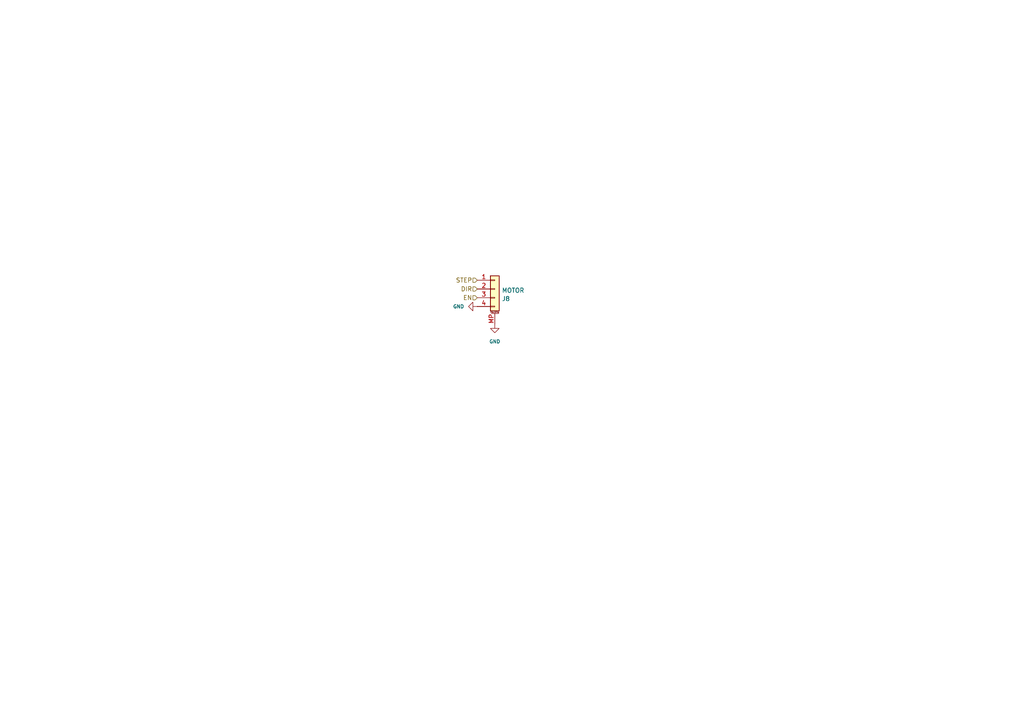
<source format=kicad_sch>
(kicad_sch
	(version 20231120)
	(generator "eeschema")
	(generator_version "8.0")
	(uuid "e5ae4f2d-1958-4894-9558-e21a6dfc8799")
	(paper "A4")
	(lib_symbols
		(symbol "Connector_Generic_MountingPin:Conn_01x04_MountingPin"
			(pin_names
				(offset 1.016) hide)
			(exclude_from_sim no)
			(in_bom yes)
			(on_board yes)
			(property "Reference" "J"
				(at 0 5.08 0)
				(effects
					(font
						(size 1.27 1.27)
					)
				)
			)
			(property "Value" "Conn_01x04_MountingPin"
				(at 1.27 -7.62 0)
				(effects
					(font
						(size 1.27 1.27)
					)
					(justify left)
				)
			)
			(property "Footprint" ""
				(at 0 0 0)
				(effects
					(font
						(size 1.27 1.27)
					)
					(hide yes)
				)
			)
			(property "Datasheet" "~"
				(at 0 0 0)
				(effects
					(font
						(size 1.27 1.27)
					)
					(hide yes)
				)
			)
			(property "Description" "Generic connectable mounting pin connector, single row, 01x04, script generated (kicad-library-utils/schlib/autogen/connector/)"
				(at 0 0 0)
				(effects
					(font
						(size 1.27 1.27)
					)
					(hide yes)
				)
			)
			(property "ki_keywords" "connector"
				(at 0 0 0)
				(effects
					(font
						(size 1.27 1.27)
					)
					(hide yes)
				)
			)
			(property "ki_fp_filters" "Connector*:*_1x??-1MP*"
				(at 0 0 0)
				(effects
					(font
						(size 1.27 1.27)
					)
					(hide yes)
				)
			)
			(symbol "Conn_01x04_MountingPin_1_1"
				(rectangle
					(start -1.27 -4.953)
					(end 0 -5.207)
					(stroke
						(width 0.1524)
						(type default)
					)
					(fill
						(type none)
					)
				)
				(rectangle
					(start -1.27 -2.413)
					(end 0 -2.667)
					(stroke
						(width 0.1524)
						(type default)
					)
					(fill
						(type none)
					)
				)
				(rectangle
					(start -1.27 0.127)
					(end 0 -0.127)
					(stroke
						(width 0.1524)
						(type default)
					)
					(fill
						(type none)
					)
				)
				(rectangle
					(start -1.27 2.667)
					(end 0 2.413)
					(stroke
						(width 0.1524)
						(type default)
					)
					(fill
						(type none)
					)
				)
				(rectangle
					(start -1.27 3.81)
					(end 1.27 -6.35)
					(stroke
						(width 0.254)
						(type default)
					)
					(fill
						(type background)
					)
				)
				(polyline
					(pts
						(xy -1.016 -7.112) (xy 1.016 -7.112)
					)
					(stroke
						(width 0.1524)
						(type default)
					)
					(fill
						(type none)
					)
				)
				(text "Mounting"
					(at 0 -6.731 0)
					(effects
						(font
							(size 0.381 0.381)
						)
					)
				)
				(pin passive line
					(at -5.08 2.54 0)
					(length 3.81)
					(name "Pin_1"
						(effects
							(font
								(size 1.27 1.27)
							)
						)
					)
					(number "1"
						(effects
							(font
								(size 1.27 1.27)
							)
						)
					)
				)
				(pin passive line
					(at -5.08 0 0)
					(length 3.81)
					(name "Pin_2"
						(effects
							(font
								(size 1.27 1.27)
							)
						)
					)
					(number "2"
						(effects
							(font
								(size 1.27 1.27)
							)
						)
					)
				)
				(pin passive line
					(at -5.08 -2.54 0)
					(length 3.81)
					(name "Pin_3"
						(effects
							(font
								(size 1.27 1.27)
							)
						)
					)
					(number "3"
						(effects
							(font
								(size 1.27 1.27)
							)
						)
					)
				)
				(pin passive line
					(at -5.08 -5.08 0)
					(length 3.81)
					(name "Pin_4"
						(effects
							(font
								(size 1.27 1.27)
							)
						)
					)
					(number "4"
						(effects
							(font
								(size 1.27 1.27)
							)
						)
					)
				)
				(pin passive line
					(at 0 -10.16 90)
					(length 3.048)
					(name "MountPin"
						(effects
							(font
								(size 1.27 1.27)
							)
						)
					)
					(number "MP"
						(effects
							(font
								(size 1.27 1.27)
							)
						)
					)
				)
			)
		)
		(symbol "power:GND"
			(power)
			(pin_numbers hide)
			(pin_names
				(offset 0) hide)
			(exclude_from_sim no)
			(in_bom yes)
			(on_board yes)
			(property "Reference" "#PWR"
				(at 0 -6.35 0)
				(effects
					(font
						(size 1.27 1.27)
					)
					(hide yes)
				)
			)
			(property "Value" "GND"
				(at 0 -3.81 0)
				(effects
					(font
						(size 1.27 1.27)
					)
				)
			)
			(property "Footprint" ""
				(at 0 0 0)
				(effects
					(font
						(size 1.27 1.27)
					)
					(hide yes)
				)
			)
			(property "Datasheet" ""
				(at 0 0 0)
				(effects
					(font
						(size 1.27 1.27)
					)
					(hide yes)
				)
			)
			(property "Description" "Power symbol creates a global label with name \"GND\" , ground"
				(at 0 0 0)
				(effects
					(font
						(size 1.27 1.27)
					)
					(hide yes)
				)
			)
			(property "ki_keywords" "global power"
				(at 0 0 0)
				(effects
					(font
						(size 1.27 1.27)
					)
					(hide yes)
				)
			)
			(symbol "GND_0_1"
				(polyline
					(pts
						(xy 0 0) (xy 0 -1.27) (xy 1.27 -1.27) (xy 0 -2.54) (xy -1.27 -1.27) (xy 0 -1.27)
					)
					(stroke
						(width 0)
						(type default)
					)
					(fill
						(type none)
					)
				)
			)
			(symbol "GND_1_1"
				(pin power_in line
					(at 0 0 270)
					(length 0)
					(name "~"
						(effects
							(font
								(size 1.27 1.27)
							)
						)
					)
					(number "1"
						(effects
							(font
								(size 1.27 1.27)
							)
						)
					)
				)
			)
		)
	)
	(hierarchical_label "EN"
		(shape input)
		(at 138.43 86.36 180)
		(fields_autoplaced yes)
		(effects
			(font
				(size 1.27 1.27)
			)
			(justify right)
		)
		(uuid "2cb9b8d4-e957-4690-909e-fc982e610ecf")
	)
	(hierarchical_label "DIR"
		(shape input)
		(at 138.43 83.82 180)
		(fields_autoplaced yes)
		(effects
			(font
				(size 1.27 1.27)
			)
			(justify right)
		)
		(uuid "d5ccaf9b-7ab4-4fc8-87a7-a94d718e2358")
	)
	(hierarchical_label "STEP"
		(shape input)
		(at 138.43 81.28 180)
		(fields_autoplaced yes)
		(effects
			(font
				(size 1.27 1.27)
			)
			(justify right)
		)
		(uuid "fcdfb608-6b75-43ba-8d00-3aac213eea4e")
	)
	(symbol
		(lib_id "power:GND")
		(at 143.51 93.98 0)
		(unit 1)
		(exclude_from_sim no)
		(in_bom yes)
		(on_board yes)
		(dnp no)
		(fields_autoplaced yes)
		(uuid "5163f36b-9761-40eb-80f8-4a570207241f")
		(property "Reference" "#PWR074"
			(at 143.51 100.33 0)
			(effects
				(font
					(size 1 1)
				)
				(hide yes)
			)
		)
		(property "Value" "GND"
			(at 143.51 99.06 0)
			(effects
				(font
					(size 1 1)
				)
			)
		)
		(property "Footprint" ""
			(at 143.51 93.98 0)
			(effects
				(font
					(size 1 1)
					(color 223 129 255 1)
				)
				(hide yes)
			)
		)
		(property "Datasheet" ""
			(at 143.51 93.98 0)
			(effects
				(font
					(size 1 1)
					(color 223 129 255 1)
				)
				(hide yes)
			)
		)
		(property "Description" "Power symbol creates a global label with name \"GND\" , ground"
			(at 143.51 93.98 0)
			(effects
				(font
					(size 1.27 1.27)
				)
				(hide yes)
			)
		)
		(pin "1"
			(uuid "c9c8b401-b7c3-430d-b604-e23dc20859b6")
		)
		(instances
			(project "mobo"
				(path "/7255cbd1-8d38-4545-be9a-7fc5488ef942/a1cc5564-bfd9-48f0-8a3f-fe00608df149"
					(reference "#PWR074")
					(unit 1)
				)
				(path "/7255cbd1-8d38-4545-be9a-7fc5488ef942/d781a662-99a3-4c15-adb0-4b9f1476c1e8"
					(reference "#PWR072")
					(unit 1)
				)
			)
		)
	)
	(symbol
		(lib_id "power:GND")
		(at 138.43 88.9 270)
		(unit 1)
		(exclude_from_sim no)
		(in_bom yes)
		(on_board yes)
		(dnp no)
		(fields_autoplaced yes)
		(uuid "5ed1fa28-f0ad-4c93-9b0f-6b02d3133061")
		(property "Reference" "#PWR073"
			(at 132.08 88.9 0)
			(effects
				(font
					(size 1 1)
				)
				(hide yes)
			)
		)
		(property "Value" "GND"
			(at 134.62 88.9 90)
			(effects
				(font
					(size 1 1)
				)
				(justify right)
			)
		)
		(property "Footprint" ""
			(at 138.43 88.9 0)
			(effects
				(font
					(size 1 1)
					(color 223 129 255 1)
				)
				(hide yes)
			)
		)
		(property "Datasheet" ""
			(at 138.43 88.9 0)
			(effects
				(font
					(size 1 1)
					(color 223 129 255 1)
				)
				(hide yes)
			)
		)
		(property "Description" "Power symbol creates a global label with name \"GND\" , ground"
			(at 138.43 88.9 0)
			(effects
				(font
					(size 1.27 1.27)
				)
				(hide yes)
			)
		)
		(pin "1"
			(uuid "0bf7086b-b7d7-45a8-b29a-2deab490d949")
		)
		(instances
			(project "mobo"
				(path "/7255cbd1-8d38-4545-be9a-7fc5488ef942/a1cc5564-bfd9-48f0-8a3f-fe00608df149"
					(reference "#PWR073")
					(unit 1)
				)
				(path "/7255cbd1-8d38-4545-be9a-7fc5488ef942/d781a662-99a3-4c15-adb0-4b9f1476c1e8"
					(reference "#PWR071")
					(unit 1)
				)
			)
		)
	)
	(symbol
		(lib_id "Connector_Generic_MountingPin:Conn_01x04_MountingPin")
		(at 143.51 83.82 0)
		(unit 1)
		(exclude_from_sim no)
		(in_bom yes)
		(on_board yes)
		(dnp no)
		(fields_autoplaced yes)
		(uuid "ddaeb8f4-4c80-47f3-be73-047af244d048")
		(property "Reference" "J8"
			(at 145.542 86.6577 0)
			(effects
				(font
					(size 1.27 1.27)
				)
				(justify left)
			)
		)
		(property "Value" "MOTOR"
			(at 145.542 84.2335 0)
			(effects
				(font
					(size 1.27 1.27)
				)
				(justify left)
			)
		)
		(property "Footprint" "Connector_JST:JST_XH_B4B-XH-A_1x04_P2.50mm_Vertical"
			(at 143.51 83.82 0)
			(effects
				(font
					(size 1.27 1.27)
				)
				(hide yes)
			)
		)
		(property "Datasheet" "~"
			(at 143.51 83.82 0)
			(effects
				(font
					(size 1.27 1.27)
				)
				(hide yes)
			)
		)
		(property "Description" "Generic connectable mounting pin connector, single row, 01x04, script generated (kicad-library-utils/schlib/autogen/connector/)"
			(at 143.51 83.82 0)
			(effects
				(font
					(size 1.27 1.27)
				)
				(hide yes)
			)
		)
		(property "JLCPCB" "C67258"
			(at 143.51 83.82 0)
			(effects
				(font
					(size 1.27 1.27)
				)
				(hide yes)
			)
		)
		(property "LCSC" "C2829152"
			(at 143.51 83.82 0)
			(effects
				(font
					(size 1.27 1.27)
				)
				(hide yes)
			)
		)
		(pin "2"
			(uuid "0ac90bb9-f999-4325-98b7-2afc917aa8df")
		)
		(pin "1"
			(uuid "1489fab7-8a87-4bf3-a435-eb8be8f24bca")
		)
		(pin "MP"
			(uuid "0eb7a6fd-0115-4c7f-9b4c-3582f84cb26a")
		)
		(pin "3"
			(uuid "8585423c-a2bb-4e81-81a2-3c09ebd7f996")
		)
		(pin "4"
			(uuid "eb839ad4-bcf4-43d9-bf23-867b6025afc3")
		)
		(instances
			(project "mobo"
				(path "/7255cbd1-8d38-4545-be9a-7fc5488ef942/a1cc5564-bfd9-48f0-8a3f-fe00608df149"
					(reference "J8")
					(unit 1)
				)
				(path "/7255cbd1-8d38-4545-be9a-7fc5488ef942/d781a662-99a3-4c15-adb0-4b9f1476c1e8"
					(reference "J7")
					(unit 1)
				)
			)
		)
	)
)

</source>
